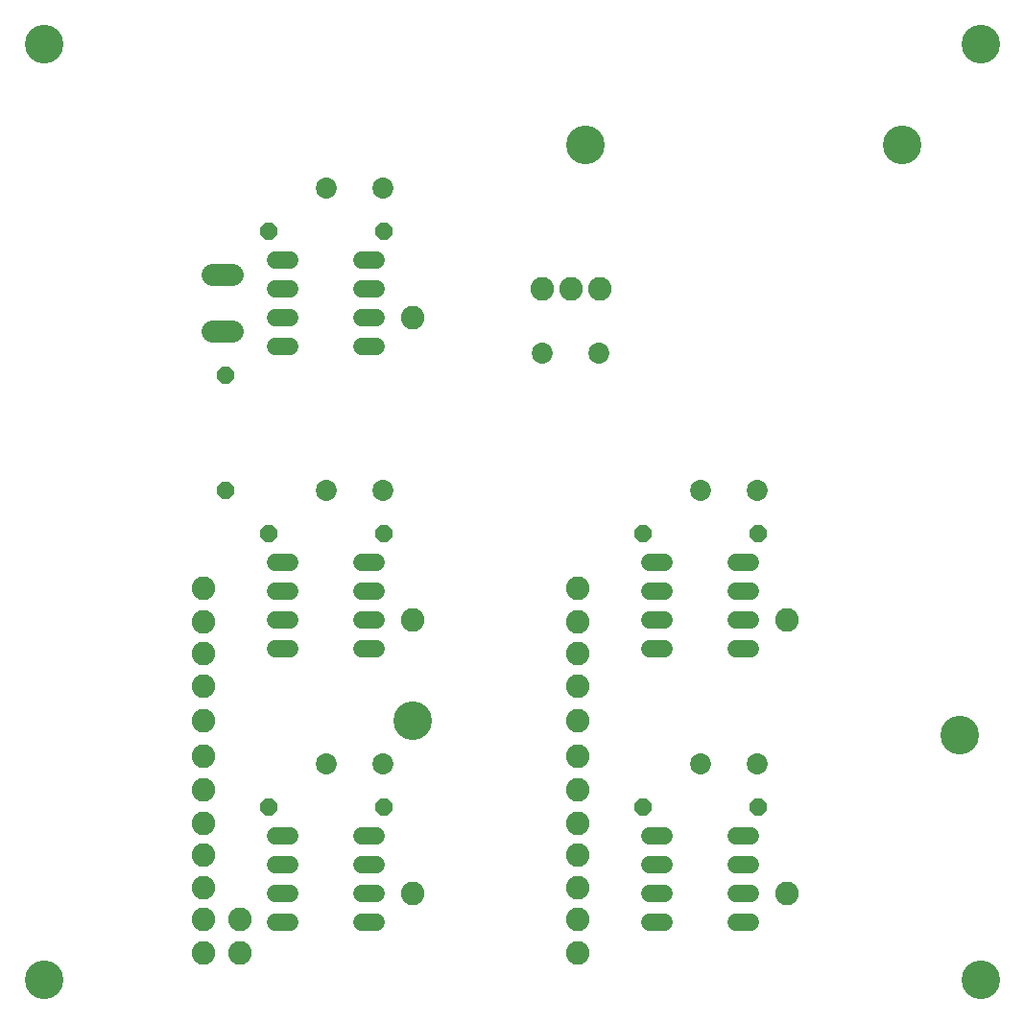
<source format=gts>
G75*
%MOIN*%
%OFA0B0*%
%FSLAX24Y24*%
%IPPOS*%
%LPD*%
%AMOC8*
5,1,8,0,0,1.08239X$1,22.5*
%
%ADD10C,0.1340*%
%ADD11C,0.0600*%
%ADD12C,0.0820*%
%ADD13OC8,0.0600*%
%ADD14C,0.0780*%
%ADD15C,0.0730*%
D10*
X002733Y002997D03*
X015533Y011997D03*
X034533Y011497D03*
X035283Y002997D03*
X032533Y031997D03*
X035283Y035497D03*
X021533Y031997D03*
X002733Y035497D03*
D11*
X010773Y027997D02*
X011293Y027997D01*
X011293Y026997D02*
X010773Y026997D01*
X010773Y025997D02*
X011293Y025997D01*
X011293Y024997D02*
X010773Y024997D01*
X013773Y024997D02*
X014293Y024997D01*
X014293Y025997D02*
X013773Y025997D01*
X013773Y026997D02*
X014293Y026997D01*
X014293Y027997D02*
X013773Y027997D01*
X013773Y017497D02*
X014293Y017497D01*
X014293Y016497D02*
X013773Y016497D01*
X013773Y015497D02*
X014293Y015497D01*
X014293Y014497D02*
X013773Y014497D01*
X011293Y014497D02*
X010773Y014497D01*
X010773Y015497D02*
X011293Y015497D01*
X011293Y016497D02*
X010773Y016497D01*
X010773Y017497D02*
X011293Y017497D01*
X011293Y007997D02*
X010773Y007997D01*
X010773Y006997D02*
X011293Y006997D01*
X011293Y005997D02*
X010773Y005997D01*
X010773Y004997D02*
X011293Y004997D01*
X013773Y004997D02*
X014293Y004997D01*
X014293Y005997D02*
X013773Y005997D01*
X013773Y006997D02*
X014293Y006997D01*
X014293Y007997D02*
X013773Y007997D01*
X023773Y007997D02*
X024293Y007997D01*
X024293Y006997D02*
X023773Y006997D01*
X023773Y005997D02*
X024293Y005997D01*
X024293Y004997D02*
X023773Y004997D01*
X026773Y004997D02*
X027293Y004997D01*
X027293Y005997D02*
X026773Y005997D01*
X026773Y006997D02*
X027293Y006997D01*
X027293Y007997D02*
X026773Y007997D01*
X026773Y014497D02*
X027293Y014497D01*
X027293Y015497D02*
X026773Y015497D01*
X026773Y016497D02*
X027293Y016497D01*
X027293Y017497D02*
X026773Y017497D01*
X024293Y017497D02*
X023773Y017497D01*
X023773Y016497D02*
X024293Y016497D01*
X024293Y015497D02*
X023773Y015497D01*
X023773Y014497D02*
X024293Y014497D01*
D12*
X021283Y014317D03*
X021283Y015427D03*
X021283Y016567D03*
X021283Y013177D03*
X021283Y011997D03*
X021283Y010747D03*
X021283Y009567D03*
X021283Y008427D03*
X021283Y007317D03*
X021283Y006177D03*
X021283Y005067D03*
X021283Y003927D03*
X015533Y005997D03*
X009533Y005067D03*
X009533Y003927D03*
X008283Y003927D03*
X008283Y005067D03*
X008283Y006177D03*
X008283Y007317D03*
X008283Y008427D03*
X008283Y009567D03*
X008283Y010747D03*
X008283Y011997D03*
X008283Y013177D03*
X008283Y014317D03*
X008283Y015427D03*
X008283Y016567D03*
X015533Y015497D03*
X015533Y025997D03*
X020033Y026997D03*
X021033Y026997D03*
X022033Y026997D03*
X028533Y015497D03*
X028533Y005997D03*
D13*
X027533Y008997D03*
X023533Y008997D03*
X014533Y008997D03*
X010533Y008997D03*
X010533Y018497D03*
X009033Y019997D03*
X009033Y023997D03*
X010533Y028997D03*
X014533Y028997D03*
X014533Y018497D03*
X023533Y018497D03*
X027533Y018497D03*
D14*
X009277Y025513D02*
X008577Y025513D01*
X008577Y027482D02*
X009277Y027482D01*
D15*
X012549Y030497D03*
X014518Y030497D03*
X020049Y024747D03*
X022018Y024747D03*
X025549Y019997D03*
X027518Y019997D03*
X027518Y010497D03*
X025549Y010497D03*
X014518Y010497D03*
X012549Y010497D03*
X012549Y019997D03*
X014518Y019997D03*
M02*

</source>
